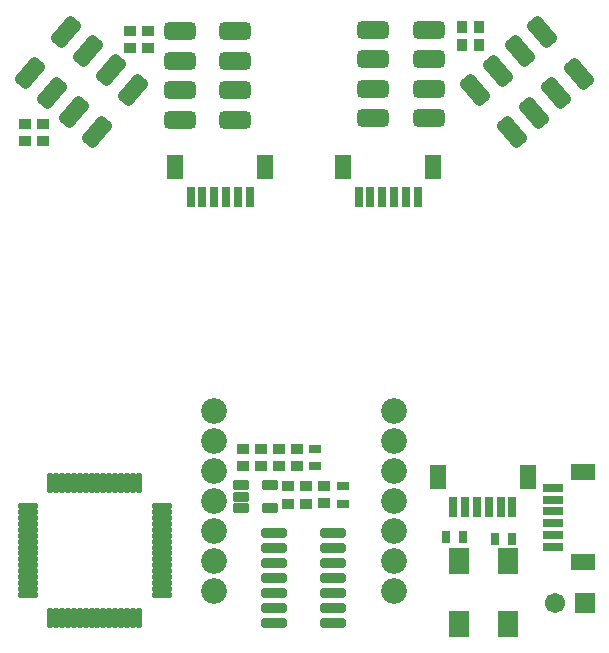
<source format=gts>
%FSTAX23Y23*%
%MOIN*%
%SFA1B1*%

%IPPOS*%
%AMD38*
4,1,8,-0.032900,-0.015800,0.032900,-0.015800,0.042800,-0.005900,0.042800,0.005900,0.032900,0.015800,-0.032900,0.015800,-0.042800,0.005900,-0.042800,-0.005900,-0.032900,-0.015800,0.0*
1,1,0.019811,-0.032900,-0.005900*
1,1,0.019811,0.032900,-0.005900*
1,1,0.019811,0.032900,0.005900*
1,1,0.019811,-0.032900,0.005900*
%
%AMD41*
4,1,8,0.027000,-0.011600,0.027000,0.011600,0.021400,0.017200,-0.021400,0.017200,-0.027000,0.011600,-0.027000,-0.011600,-0.021400,-0.017200,0.021400,-0.017200,0.027000,-0.011600,0.0*
1,1,0.011165,0.021400,-0.011600*
1,1,0.011165,0.021400,0.011600*
1,1,0.011165,-0.021400,0.011600*
1,1,0.011165,-0.021400,-0.011600*
%
%AMD42*
4,1,8,0.028000,0.009500,-0.028000,0.009500,-0.034700,0.002800,-0.034700,-0.002800,-0.028000,-0.009500,0.028000,-0.009500,0.034700,-0.002800,0.034700,0.002800,0.028000,0.009500,0.0*
1,1,0.013512,0.028000,0.002800*
1,1,0.013512,-0.028000,0.002800*
1,1,0.013512,-0.028000,-0.002800*
1,1,0.013512,0.028000,-0.002800*
%
%AMD43*
4,1,8,0.009500,-0.028000,0.009500,0.028000,0.002800,0.034700,-0.002800,0.034700,-0.009500,0.028000,-0.009500,-0.028000,-0.002800,-0.034700,0.002800,-0.034700,0.009500,-0.028000,0.0*
1,1,0.013512,0.002800,-0.028000*
1,1,0.013512,0.002800,0.028000*
1,1,0.013512,-0.002800,0.028000*
1,1,0.013512,-0.002800,-0.028000*
%
%AMD44*
4,1,8,0.026000,-0.049000,0.044900,-0.032600,0.046500,-0.009300,-0.002700,0.047300,-0.026000,0.049000,-0.044900,0.032600,-0.046500,0.009300,0.002700,-0.047300,0.026000,-0.049000,0.0*
1,1,0.033000,0.015200,-0.036500*
1,1,0.033000,0.034000,-0.020100*
1,1,0.033000,-0.015200,0.036500*
1,1,0.033000,-0.034000,0.020100*
%
%AMD46*
4,1,8,0.054000,-0.012500,0.054000,0.012500,0.037500,0.029000,-0.037500,0.029000,-0.054000,0.012500,-0.054000,-0.012500,-0.037500,-0.029000,0.037500,-0.029000,0.054000,-0.012500,0.0*
1,1,0.033000,0.037500,-0.012500*
1,1,0.033000,0.037500,0.012500*
1,1,0.033000,-0.037500,0.012500*
1,1,0.033000,-0.037500,-0.012500*
%
%AMD47*
4,1,8,0.044900,0.032600,0.026000,0.049000,0.002700,0.047300,-0.046500,-0.009300,-0.044900,-0.032600,-0.026000,-0.049000,-0.002700,-0.047300,0.046500,0.009300,0.044900,0.032600,0.0*
1,1,0.033000,0.034000,0.020100*
1,1,0.033000,0.015200,0.036500*
1,1,0.033000,-0.034000,-0.020100*
1,1,0.033000,-0.015200,-0.036500*
%
%ADD32R,0.078866X0.055244*%
%ADD33R,0.069023X0.031622*%
%ADD34R,0.055244X0.078866*%
%ADD35R,0.031622X0.069023*%
%ADD36R,0.031622X0.041464*%
%ADD37R,0.067055X0.086740*%
G04~CAMADD=38~8~0.0~0.0~855.6~316.2~99.1~0.0~15~0.0~0.0~0.0~0.0~0~0.0~0.0~0.0~0.0~0~0.0~0.0~0.0~180.0~856.0~316.0*
%ADD38D38*%
%ADD39R,0.043433X0.033590*%
%ADD40R,0.041464X0.031622*%
G04~CAMADD=41~8~0.0~0.0~343.8~540.6~55.8~0.0~15~0.0~0.0~0.0~0.0~0~0.0~0.0~0.0~0.0~0~0.0~0.0~0.0~270.0~541.0~344.0*
%ADD41D41*%
G04~CAMADD=42~8~0.0~0.0~694.2~190.2~67.6~0.0~15~0.0~0.0~0.0~0.0~0~0.0~0.0~0.0~0.0~0~0.0~0.0~0.0~0.0~694.2~190.2*
%ADD42D42*%
G04~CAMADD=43~8~0.0~0.0~694.2~190.2~67.6~0.0~15~0.0~0.0~0.0~0.0~0~0.0~0.0~0.0~0.0~0~0.0~0.0~0.0~270.0~190.0~694.0*
%ADD43D43*%
G04~CAMADD=44~8~0.0~0.0~580.0~1080.0~165.0~0.0~15~0.0~0.0~0.0~0.0~0~0.0~0.0~0.0~0.0~0~0.0~0.0~0.0~221.0~1010.0~1059.0*
%ADD44D44*%
%ADD45R,0.033590X0.043433*%
G04~CAMADD=46~8~0.0~0.0~580.0~1080.0~165.0~0.0~15~0.0~0.0~0.0~0.0~0~0.0~0.0~0.0~0.0~0~0.0~0.0~0.0~270.0~1080.0~580.0*
%ADD46D46*%
G04~CAMADD=47~8~0.0~0.0~580.0~1080.0~165.0~0.0~15~0.0~0.0~0.0~0.0~0~0.0~0.0~0.0~0.0~0~0.0~0.0~0.0~319.0~1010.0~1059.0*
%ADD47D47*%
%ADD48C,0.067055*%
%ADD49R,0.067055X0.067055*%
%ADD50C,0.085953*%
%LNhsmm-1*%
%LPD*%
G54D32*
X00929Y-00853D03*
Y-00554D03*
G54D33*
X0083Y-00802D03*
Y-00763D03*
Y-00723D03*
Y-00684D03*
Y-00645D03*
Y-00605D03*
G54D34*
X00744Y-0057D03*
X00445D03*
X-0043Y00464D03*
X-00131D03*
X0013Y00464D03*
X00429D03*
G54D35*
X00693Y-00669D03*
X00654D03*
X00614D03*
X00575D03*
X00535D03*
X00496D03*
X-00379Y00365D03*
X-0034D03*
X-003D03*
X-00261D03*
X-00221D03*
X-00182D03*
X00181Y00365D03*
X0022D03*
X0026D03*
X00299D03*
X00339D03*
X00378D03*
G54D36*
X00471Y-0077D03*
X00528D03*
X00636Y-00775D03*
X00693D03*
G54D37*
X0068Y-01061D03*
Y-00848D03*
X00515Y-01061D03*
Y-00848D03*
G54D38*
X-001Y-01055D03*
Y-01005D03*
Y-00955D03*
Y-00905D03*
Y-00855D03*
Y-00805D03*
Y-00755D03*
X00094D03*
Y-00805D03*
Y-00855D03*
Y-00905D03*
Y-00955D03*
Y-01005D03*
Y-01055D03*
G54D39*
X-00055Y-00658D03*
Y-00601D03*
X00005Y-00658D03*
Y-00601D03*
X00065Y-00657D03*
Y-006D03*
X-00025Y-00533D03*
Y-00476D03*
X-00085Y-00533D03*
Y-00476D03*
X-00145Y-00533D03*
Y-00476D03*
X-00205Y-00533D03*
Y-00476D03*
X-0052Y00918D03*
Y00861D03*
X-0058Y00918D03*
Y00861D03*
X-0093Y00608D03*
Y00551D03*
X-0087Y00608D03*
Y00551D03*
G54D40*
X0013Y-00601D03*
Y-00658D03*
X00035Y-00533D03*
Y-00476D03*
G54D41*
X-00116Y-00597D03*
Y-00672D03*
X-00213D03*
Y-00635D03*
Y-00597D03*
G54D42*
X-00476Y-00667D03*
Y-00687D03*
Y-00706D03*
Y-00726D03*
Y-00746D03*
Y-00765D03*
Y-00785D03*
Y-00805D03*
Y-00824D03*
Y-00844D03*
Y-00864D03*
Y-00883D03*
Y-00903D03*
Y-00923D03*
Y-00942D03*
Y-00962D03*
X-00923D03*
Y-00942D03*
Y-00923D03*
Y-00903D03*
Y-00883D03*
Y-00864D03*
Y-00844D03*
Y-00824D03*
Y-00805D03*
Y-00785D03*
Y-00765D03*
Y-00746D03*
Y-00726D03*
Y-00706D03*
Y-00687D03*
Y-00667D03*
G54D43*
X-00552Y-01038D03*
X-00572D03*
X-00591D03*
X-00611D03*
X-00631D03*
X-0065D03*
X-0067D03*
X-0069D03*
X-00709D03*
X-00729D03*
X-00749D03*
X-00768D03*
X-00788D03*
X-00808D03*
X-00827D03*
X-00847D03*
Y-00591D03*
X-00827D03*
X-00808D03*
X-00788D03*
X-00768D03*
X-00749D03*
X-00729D03*
X-00709D03*
X-0069D03*
X-0067D03*
X-0065D03*
X-00631D03*
X-00611D03*
X-00591D03*
X-00572D03*
X-00552D03*
G54D44*
X00914Y00774D03*
X0084Y00709D03*
X00766Y00645D03*
X00692Y0058D03*
X00793Y00914D03*
X00719Y00849D03*
X00645Y00785D03*
X0057Y0072D03*
G54D45*
X00526Y0087D03*
X00583D03*
X00526Y0093D03*
X00583D03*
G54D46*
X00415Y00921D03*
Y00823D03*
Y00725D03*
Y00626D03*
X0023Y00921D03*
Y00823D03*
Y00725D03*
Y00626D03*
X-0023Y00916D03*
Y00818D03*
Y0072D03*
Y00621D03*
X-00415Y00916D03*
Y00818D03*
Y0072D03*
Y00621D03*
G54D47*
X-00795Y00915D03*
X-00721Y00851D03*
X-00646Y00786D03*
X-00572Y00722D03*
X-00916Y00776D03*
X-00842Y00711D03*
X-00768Y00646D03*
X-00693Y00582D03*
G54D48*
X00835Y-0099D03*
G54D49*
X00935Y-0099D03*
G54D50*
X003Y-0095D03*
Y-0085D03*
Y-0075D03*
Y-0065D03*
Y-0055D03*
Y-0045D03*
Y-0035D03*
X-003D03*
Y-0045D03*
Y-0055D03*
Y-0065D03*
Y-0075D03*
Y-0085D03*
Y-0095D03*
M02*
</source>
